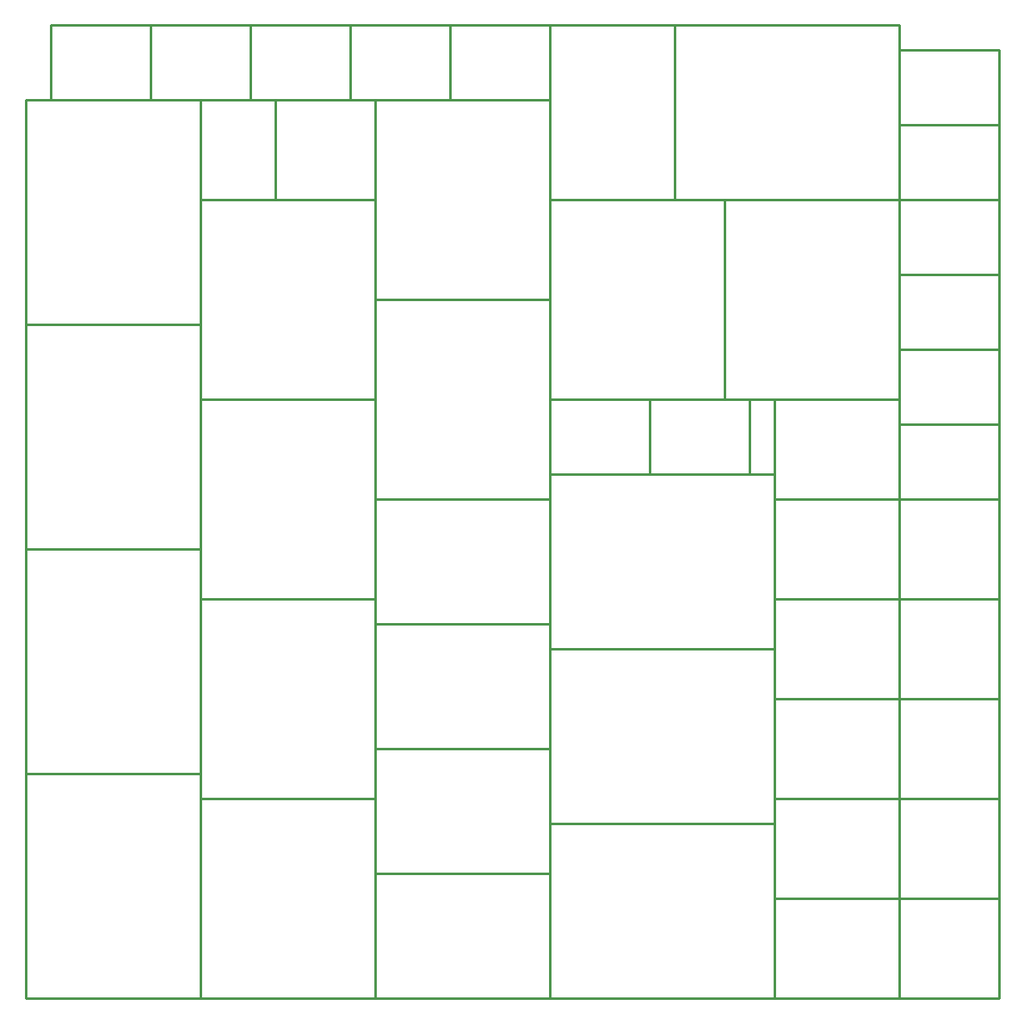
<source format=gto>
G75*
%MOIN*%
%OFA0B0*%
%FSLAX25Y25*%
%IPPOS*%
%LPD*%
%AMOC8*
5,1,8,0,0,1.08239X$1,22.5*
%
%ADD10C,0.01000*%
D10*
X0005312Y0002513D02*
X0075312Y0002513D01*
X0145312Y0002513D01*
X0215312Y0002513D01*
X0305312Y0002513D01*
X0355312Y0002513D01*
X0395312Y0002513D01*
X0395312Y0042513D01*
X0395312Y0082513D01*
X0395312Y0122513D01*
X0395312Y0162513D01*
X0395312Y0202513D01*
X0395312Y0232513D01*
X0355312Y0232513D01*
X0355312Y0242513D01*
X0305312Y0242513D01*
X0295312Y0242513D01*
X0285312Y0242513D01*
X0285312Y0322513D01*
X0265312Y0322513D01*
X0265312Y0392513D01*
X0215312Y0392513D01*
X0175312Y0392513D01*
X0175312Y0362513D01*
X0215312Y0362513D01*
X0215312Y0392513D01*
X0215312Y0362513D02*
X0215312Y0322513D01*
X0265312Y0322513D01*
X0285312Y0322513D02*
X0355312Y0322513D01*
X0395312Y0322513D01*
X0395312Y0292513D01*
X0355312Y0292513D01*
X0355312Y0262513D01*
X0395312Y0262513D01*
X0395312Y0232513D01*
X0395312Y0262513D02*
X0395312Y0292513D01*
X0395312Y0322513D02*
X0395312Y0352513D01*
X0355312Y0352513D01*
X0355312Y0322513D01*
X0355312Y0292513D01*
X0355312Y0262513D02*
X0355312Y0242513D01*
X0355312Y0232513D02*
X0355312Y0202513D01*
X0305312Y0202513D01*
X0305312Y0212513D01*
X0295312Y0212513D01*
X0295312Y0242513D01*
X0285312Y0242513D02*
X0255312Y0242513D01*
X0255312Y0212513D01*
X0295312Y0212513D01*
X0305312Y0212513D02*
X0305312Y0242513D01*
X0305312Y0202513D02*
X0305312Y0162513D01*
X0355312Y0162513D01*
X0355312Y0122513D01*
X0305312Y0122513D01*
X0305312Y0142513D01*
X0215312Y0142513D01*
X0215312Y0102513D01*
X0145312Y0102513D01*
X0145312Y0152513D01*
X0215312Y0152513D01*
X0215312Y0202513D01*
X0215312Y0212513D01*
X0255312Y0212513D01*
X0255312Y0242513D02*
X0215312Y0242513D01*
X0215312Y0212513D01*
X0215312Y0202513D02*
X0145312Y0202513D01*
X0145312Y0242513D01*
X0145312Y0282513D01*
X0215312Y0282513D01*
X0215312Y0322513D01*
X0215312Y0282513D02*
X0215312Y0242513D01*
X0145312Y0242513D02*
X0075312Y0242513D01*
X0075312Y0182513D01*
X0005312Y0182513D01*
X0005312Y0272513D01*
X0075312Y0272513D01*
X0075312Y0322513D01*
X0075312Y0362513D01*
X0095312Y0362513D01*
X0095312Y0392513D01*
X0135312Y0392513D01*
X0175312Y0392513D01*
X0175312Y0362513D02*
X0145312Y0362513D01*
X0135312Y0362513D01*
X0135312Y0392513D01*
X0135312Y0362513D02*
X0105312Y0362513D01*
X0105312Y0322513D01*
X0145312Y0322513D01*
X0145312Y0362513D01*
X0105312Y0362513D02*
X0095312Y0362513D01*
X0075312Y0362513D02*
X0055312Y0362513D01*
X0055312Y0392513D01*
X0095312Y0392513D01*
X0055312Y0392513D02*
X0015312Y0392513D01*
X0015312Y0362513D01*
X0055312Y0362513D01*
X0015312Y0362513D02*
X0005312Y0362513D01*
X0005312Y0272513D01*
X0075312Y0272513D02*
X0075312Y0242513D01*
X0075312Y0182513D02*
X0075312Y0162513D01*
X0145312Y0162513D01*
X0145312Y0202513D01*
X0145312Y0162513D02*
X0145312Y0152513D01*
X0145312Y0102513D02*
X0145312Y0082513D01*
X0075312Y0082513D01*
X0075312Y0002513D01*
X0005312Y0002513D02*
X0005312Y0092513D01*
X0075312Y0092513D01*
X0075312Y0162513D01*
X0075312Y0092513D02*
X0075312Y0082513D01*
X0005312Y0092513D02*
X0005312Y0182513D01*
X0145312Y0282513D02*
X0145312Y0322513D01*
X0105312Y0322513D02*
X0075312Y0322513D01*
X0215312Y0152513D02*
X0215312Y0142513D01*
X0215312Y0102513D02*
X0215312Y0072513D01*
X0305312Y0072513D01*
X0305312Y0042513D01*
X0355312Y0042513D01*
X0395312Y0042513D01*
X0395312Y0082513D02*
X0355312Y0082513D01*
X0355312Y0122513D01*
X0395312Y0122513D01*
X0395312Y0162513D02*
X0355312Y0162513D01*
X0355312Y0202513D01*
X0395312Y0202513D01*
X0305312Y0162513D02*
X0305312Y0142513D01*
X0305312Y0122513D02*
X0305312Y0082513D01*
X0355312Y0082513D01*
X0355312Y0042513D01*
X0355312Y0002513D01*
X0305312Y0002513D02*
X0305312Y0042513D01*
X0305312Y0072513D02*
X0305312Y0082513D01*
X0215312Y0072513D02*
X0215312Y0052513D01*
X0145312Y0052513D01*
X0145312Y0002513D01*
X0145312Y0052513D02*
X0145312Y0082513D01*
X0215312Y0052513D02*
X0215312Y0002513D01*
X0355312Y0352513D02*
X0355312Y0382513D01*
X0355312Y0392513D01*
X0265312Y0392513D01*
X0355312Y0382513D02*
X0395312Y0382513D01*
X0395312Y0352513D01*
M02*

</source>
